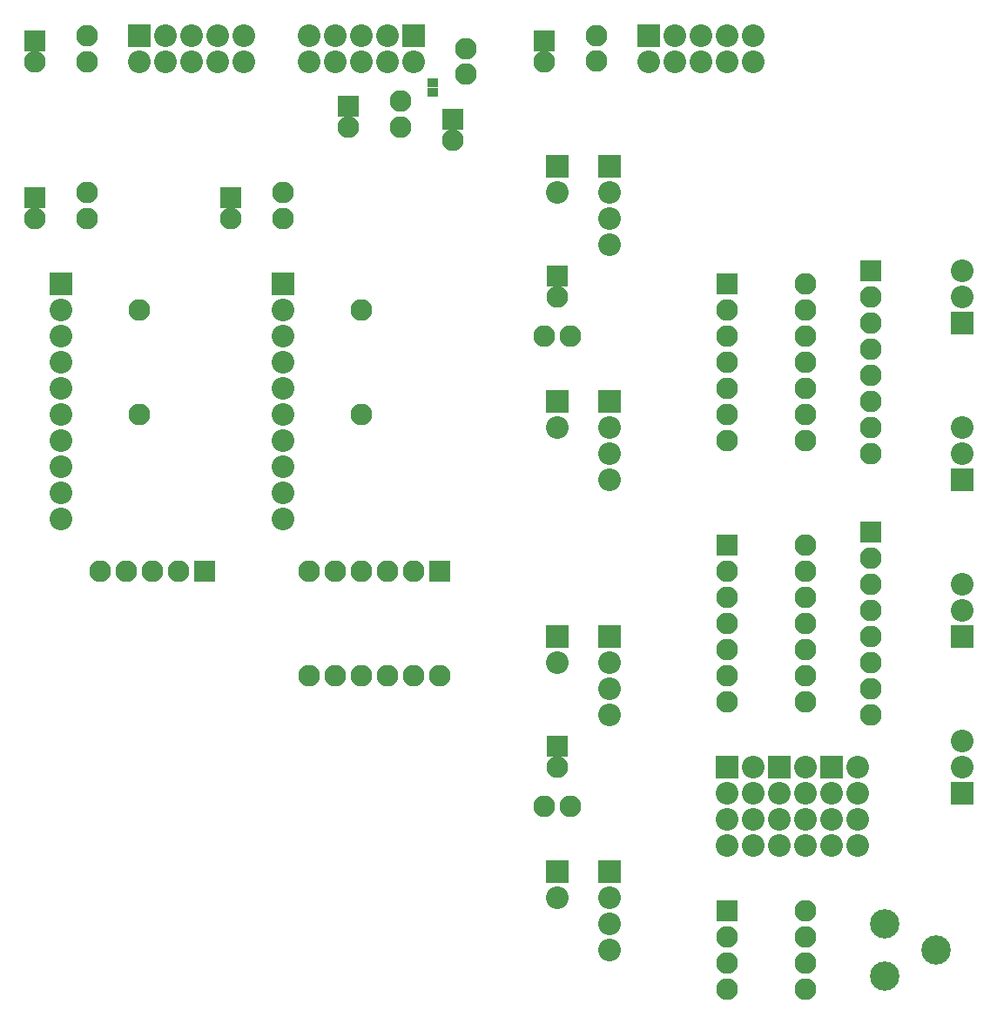
<source format=gbs>
G04 #@! TF.FileFunction,Soldermask,Bot*
%FSLAX46Y46*%
G04 Gerber Fmt 4.6, Leading zero omitted, Abs format (unit mm)*
G04 Created by KiCad (PCBNEW 4.0.7) date 11/29/17 05:29:15*
%MOMM*%
%LPD*%
G01*
G04 APERTURE LIST*
%ADD10C,0.100000*%
%ADD11R,2.208000X2.208000*%
%ADD12O,2.208000X2.208000*%
%ADD13R,2.108000X2.108000*%
%ADD14C,2.108000*%
%ADD15O,2.108000X2.108000*%
%ADD16C,2.848000*%
%ADD17C,2.208000*%
%ADD18R,1.108000X0.908000*%
G04 APERTURE END LIST*
D10*
D11*
X162560000Y-54610000D03*
D12*
X162560000Y-57150000D03*
X165100000Y-54610000D03*
X165100000Y-57150000D03*
X167640000Y-54610000D03*
X167640000Y-57150000D03*
X170180000Y-54610000D03*
X170180000Y-57150000D03*
X172720000Y-54610000D03*
X172720000Y-57150000D03*
D13*
X133350000Y-61500000D03*
D14*
X133350000Y-63500000D03*
D13*
X143510000Y-62770000D03*
D14*
X143510000Y-64770000D03*
X138430000Y-63500000D03*
X138430000Y-61000000D03*
X144780000Y-58380000D03*
X144780000Y-55880000D03*
D13*
X102870000Y-55150000D03*
D14*
X102870000Y-57150000D03*
X107950000Y-57150000D03*
X107950000Y-54650000D03*
D13*
X121920000Y-70390000D03*
D14*
X121920000Y-72390000D03*
X127000000Y-72390000D03*
X127000000Y-69890000D03*
D13*
X153670000Y-123730000D03*
D14*
X153670000Y-125730000D03*
X152440000Y-129540000D03*
X154940000Y-129540000D03*
D13*
X153670000Y-78010000D03*
D14*
X153670000Y-80010000D03*
X152440000Y-83820000D03*
X154940000Y-83820000D03*
D13*
X152400000Y-55150000D03*
D14*
X152400000Y-57150000D03*
X157480000Y-57110000D03*
X157480000Y-54610000D03*
D13*
X102870000Y-70390000D03*
D14*
X102870000Y-72390000D03*
X107950000Y-72390000D03*
X107950000Y-69890000D03*
D11*
X139700000Y-54610000D03*
D12*
X139700000Y-57150000D03*
X137160000Y-54610000D03*
X137160000Y-57150000D03*
X134620000Y-54610000D03*
X134620000Y-57150000D03*
X132080000Y-54610000D03*
X132080000Y-57150000D03*
X129540000Y-54610000D03*
X129540000Y-57150000D03*
D11*
X153670000Y-67310000D03*
D12*
X153670000Y-69850000D03*
D11*
X153670000Y-90170000D03*
D12*
X153670000Y-92710000D03*
D11*
X153670000Y-135890000D03*
D12*
X153670000Y-138430000D03*
D11*
X153670000Y-113030000D03*
D12*
X153670000Y-115570000D03*
D14*
X113030000Y-91440000D03*
D15*
X113030000Y-81280000D03*
D14*
X134620000Y-91440000D03*
D15*
X134620000Y-81280000D03*
D13*
X119380000Y-106680000D03*
D15*
X116840000Y-106680000D03*
X114300000Y-106680000D03*
X111760000Y-106680000D03*
X109220000Y-106680000D03*
D16*
X185500000Y-146050000D03*
X190500000Y-143550000D03*
X185500000Y-141050000D03*
D11*
X158750000Y-67310000D03*
D12*
X158750000Y-69850000D03*
X158750000Y-72390000D03*
X158750000Y-74930000D03*
D11*
X158750000Y-90170000D03*
D12*
X158750000Y-92710000D03*
X158750000Y-95250000D03*
X158750000Y-97790000D03*
D11*
X158750000Y-135890000D03*
D12*
X158750000Y-138430000D03*
X158750000Y-140970000D03*
X158750000Y-143510000D03*
D11*
X158750000Y-113030000D03*
D12*
X158750000Y-115570000D03*
X158750000Y-118110000D03*
X158750000Y-120650000D03*
D13*
X170180000Y-78740000D03*
D15*
X177800000Y-93980000D03*
X170180000Y-81280000D03*
X177800000Y-91440000D03*
X170180000Y-83820000D03*
X177800000Y-88900000D03*
X170180000Y-86360000D03*
X177800000Y-86360000D03*
X170180000Y-88900000D03*
X177800000Y-83820000D03*
X170180000Y-91440000D03*
X177800000Y-81280000D03*
X170180000Y-93980000D03*
X177800000Y-78740000D03*
D13*
X170180000Y-104140000D03*
D15*
X177800000Y-119380000D03*
X170180000Y-106680000D03*
X177800000Y-116840000D03*
X170180000Y-109220000D03*
X177800000Y-114300000D03*
X170180000Y-111760000D03*
X177800000Y-111760000D03*
X170180000Y-114300000D03*
X177800000Y-109220000D03*
X170180000Y-116840000D03*
X177800000Y-106680000D03*
X170180000Y-119380000D03*
X177800000Y-104140000D03*
D11*
X193040000Y-97790000D03*
D12*
X193040000Y-95250000D03*
X193040000Y-92710000D03*
D11*
X193040000Y-113030000D03*
D12*
X193040000Y-110490000D03*
X193040000Y-107950000D03*
D11*
X193040000Y-128270000D03*
D12*
X193040000Y-125730000D03*
X193040000Y-123190000D03*
D13*
X170180000Y-139700000D03*
D15*
X177800000Y-147320000D03*
X170180000Y-142240000D03*
X177800000Y-144780000D03*
X170180000Y-144780000D03*
X177800000Y-142240000D03*
X170180000Y-147320000D03*
X177800000Y-139700000D03*
D11*
X105410000Y-78740000D03*
D12*
X105410000Y-81280000D03*
X105410000Y-83820000D03*
X105410000Y-86360000D03*
X105410000Y-88900000D03*
X105410000Y-91440000D03*
X105410000Y-93980000D03*
X105410000Y-96520000D03*
X105410000Y-99060000D03*
X105410000Y-101600000D03*
D11*
X127000000Y-78740000D03*
D12*
X127000000Y-81280000D03*
X127000000Y-83820000D03*
X127000000Y-86360000D03*
X127000000Y-88900000D03*
X127000000Y-91440000D03*
X127000000Y-93980000D03*
X127000000Y-96520000D03*
X127000000Y-99060000D03*
X127000000Y-101600000D03*
D13*
X142240000Y-106680000D03*
D15*
X129540000Y-116840000D03*
X139700000Y-106680000D03*
X132080000Y-116840000D03*
X137160000Y-106680000D03*
X134620000Y-116840000D03*
X134620000Y-106680000D03*
X137160000Y-116840000D03*
X132080000Y-106680000D03*
X139700000Y-116840000D03*
X129540000Y-106680000D03*
X142240000Y-116840000D03*
D11*
X113030000Y-54610000D03*
D12*
X113030000Y-57150000D03*
X115570000Y-54610000D03*
X115570000Y-57150000D03*
X118110000Y-54610000D03*
X118110000Y-57150000D03*
X120650000Y-54610000D03*
X120650000Y-57150000D03*
X123190000Y-54610000D03*
X123190000Y-57150000D03*
D13*
X184150000Y-77470000D03*
D15*
X184150000Y-80010000D03*
X184150000Y-82550000D03*
X184150000Y-85090000D03*
X184150000Y-87630000D03*
X184150000Y-90170000D03*
X184150000Y-92710000D03*
X184150000Y-95250000D03*
D13*
X184150000Y-102870000D03*
D15*
X184150000Y-105410000D03*
X184150000Y-107950000D03*
X184150000Y-110490000D03*
X184150000Y-113030000D03*
X184150000Y-115570000D03*
X184150000Y-118110000D03*
X184150000Y-120650000D03*
D11*
X170180000Y-125730000D03*
D12*
X172720000Y-125730000D03*
X170180000Y-128270000D03*
X172720000Y-128270000D03*
X170180000Y-130810000D03*
X172720000Y-130810000D03*
D17*
X170180000Y-133350000D03*
D12*
X172720000Y-133350000D03*
D11*
X175260000Y-125730000D03*
D12*
X177800000Y-125730000D03*
X175260000Y-128270000D03*
X177800000Y-128270000D03*
X175260000Y-130810000D03*
X177800000Y-130810000D03*
X175260000Y-133350000D03*
X177800000Y-133350000D03*
D11*
X180340000Y-125730000D03*
D12*
X182880000Y-125730000D03*
X180340000Y-128270000D03*
X182880000Y-128270000D03*
X180340000Y-130810000D03*
X182880000Y-130810000D03*
X180340000Y-133350000D03*
X182880000Y-133350000D03*
D18*
X141605000Y-60140000D03*
X141605000Y-59240000D03*
D11*
X193040000Y-82550000D03*
D12*
X193040000Y-80010000D03*
X193040000Y-77470000D03*
M02*

</source>
